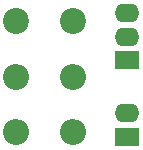
<source format=gts>
G04 #@! TF.FileFunction,Soldermask,Top*
%FSLAX46Y46*%
G04 Gerber Fmt 4.6, Leading zero omitted, Abs format (unit mm)*
G04 Created by KiCad (PCBNEW 4.0.4-1.fc24-product) date Thu Jun  7 15:39:49 2018*
%MOMM*%
%LPD*%
G01*
G04 APERTURE LIST*
%ADD10C,0.100000*%
%ADD11O,2.200000X2.200000*%
%ADD12C,2.200000*%
%ADD13R,2.100000X1.600000*%
%ADD14O,2.100000X1.600000*%
G04 APERTURE END LIST*
D10*
D11*
X140400000Y-90500000D03*
D12*
X140400000Y-85800000D03*
D11*
X140400000Y-95200000D03*
D12*
X145230000Y-85800000D03*
D11*
X145230000Y-90500000D03*
X145230000Y-95200000D03*
D13*
X149800000Y-89100000D03*
D14*
X149800000Y-87100000D03*
X149800000Y-85100000D03*
D13*
X149800000Y-95600000D03*
D14*
X149800000Y-93600000D03*
M02*

</source>
